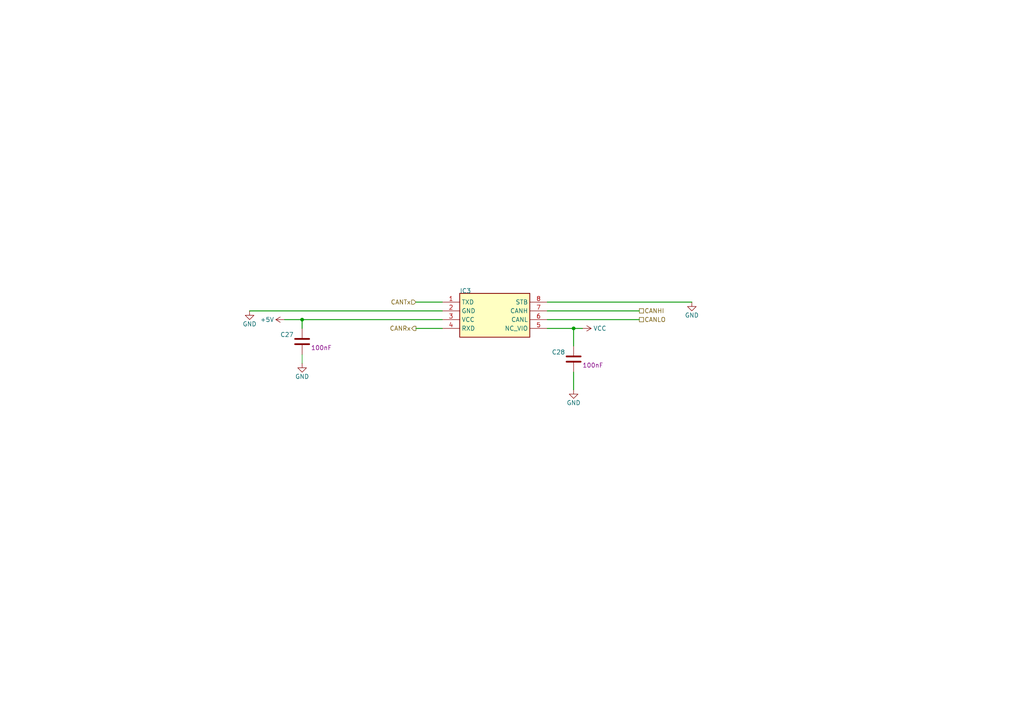
<source format=kicad_sch>
(kicad_sch
	(version 20231120)
	(generator "eeschema")
	(generator_version "8.0")
	(uuid "063976d0-9e4d-4805-9dc9-a21c168aa775")
	(paper "A4")
	(title_block
		(title "CAN for Power Node")
		(rev "1")
	)
	(lib_symbols
		(symbol "Device:C"
			(pin_numbers hide)
			(pin_names
				(offset 0.254)
			)
			(exclude_from_sim no)
			(in_bom yes)
			(on_board yes)
			(property "Reference" "C"
				(at 0.635 2.54 0)
				(effects
					(font
						(size 1.27 1.27)
					)
					(justify left)
				)
			)
			(property "Value" "C"
				(at 0.635 -2.54 0)
				(effects
					(font
						(size 1.27 1.27)
					)
					(justify left)
				)
			)
			(property "Footprint" ""
				(at 0.9652 -3.81 0)
				(effects
					(font
						(size 1.27 1.27)
					)
					(hide yes)
				)
			)
			(property "Datasheet" "~"
				(at 0 0 0)
				(effects
					(font
						(size 1.27 1.27)
					)
					(hide yes)
				)
			)
			(property "Description" "Unpolarized capacitor"
				(at 0 0 0)
				(effects
					(font
						(size 1.27 1.27)
					)
					(hide yes)
				)
			)
			(property "ki_keywords" "cap capacitor"
				(at 0 0 0)
				(effects
					(font
						(size 1.27 1.27)
					)
					(hide yes)
				)
			)
			(property "ki_fp_filters" "C_*"
				(at 0 0 0)
				(effects
					(font
						(size 1.27 1.27)
					)
					(hide yes)
				)
			)
			(symbol "C_0_1"
				(polyline
					(pts
						(xy -2.032 -0.762) (xy 2.032 -0.762)
					)
					(stroke
						(width 0.508)
						(type default)
					)
					(fill
						(type none)
					)
				)
				(polyline
					(pts
						(xy -2.032 0.762) (xy 2.032 0.762)
					)
					(stroke
						(width 0.508)
						(type default)
					)
					(fill
						(type none)
					)
				)
			)
			(symbol "C_1_1"
				(pin passive line
					(at 0 3.81 270)
					(length 2.794)
					(name "~"
						(effects
							(font
								(size 1.27 1.27)
							)
						)
					)
					(number "1"
						(effects
							(font
								(size 1.27 1.27)
							)
						)
					)
				)
				(pin passive line
					(at 0 -3.81 90)
					(length 2.794)
					(name "~"
						(effects
							(font
								(size 1.27 1.27)
							)
						)
					)
					(number "2"
						(effects
							(font
								(size 1.27 1.27)
							)
						)
					)
				)
			)
		)
		(symbol "Untitled-altium-import:root_0_TCAN1462VDRQ1"
			(exclude_from_sim no)
			(in_bom yes)
			(on_board yes)
			(property "Reference" ""
				(at 0 0 0)
				(effects
					(font
						(size 1.27 1.27)
					)
				)
			)
			(property "Value" ""
				(at 0 0 0)
				(effects
					(font
						(size 1.27 1.27)
					)
				)
			)
			(property "Footprint" ""
				(at 0 0 0)
				(effects
					(font
						(size 1.27 1.27)
					)
					(hide yes)
				)
			)
			(property "Datasheet" ""
				(at 0 0 0)
				(effects
					(font
						(size 1.27 1.27)
					)
					(hide yes)
				)
			)
			(property "Description" "Integrated Circuit"
				(at 0 0 0)
				(effects
					(font
						(size 1.27 1.27)
					)
					(hide yes)
				)
			)
			(property "ki_fp_filters" "C:_Users_Public_Documents_Altium_PCB_Project_SamacSys.PcbLib_SOIC127P600X175-8N"
				(at 0 0 0)
				(effects
					(font
						(size 1.27 1.27)
					)
					(hide yes)
				)
			)
			(symbol "root_0_TCAN1462VDRQ1_1_0"
				(rectangle
					(start 25.4 2.54)
					(end 5.08 -10.16)
					(stroke
						(width 0.254)
						(type solid)
					)
					(fill
						(type background)
					)
				)
				(pin passive line
					(at 0 0 0)
					(length 5.08)
					(name "TXD"
						(effects
							(font
								(size 1.27 1.27)
							)
						)
					)
					(number "1"
						(effects
							(font
								(size 1.27 1.27)
							)
						)
					)
				)
				(pin passive line
					(at 0 -2.54 0)
					(length 5.08)
					(name "GND"
						(effects
							(font
								(size 1.27 1.27)
							)
						)
					)
					(number "2"
						(effects
							(font
								(size 1.27 1.27)
							)
						)
					)
				)
				(pin passive line
					(at 0 -5.08 0)
					(length 5.08)
					(name "VCC"
						(effects
							(font
								(size 1.27 1.27)
							)
						)
					)
					(number "3"
						(effects
							(font
								(size 1.27 1.27)
							)
						)
					)
				)
				(pin passive line
					(at 0 -7.62 0)
					(length 5.08)
					(name "RXD"
						(effects
							(font
								(size 1.27 1.27)
							)
						)
					)
					(number "4"
						(effects
							(font
								(size 1.27 1.27)
							)
						)
					)
				)
				(pin passive line
					(at 30.48 -7.62 180)
					(length 5.08)
					(name "NC_VIO"
						(effects
							(font
								(size 1.27 1.27)
							)
						)
					)
					(number "5"
						(effects
							(font
								(size 1.27 1.27)
							)
						)
					)
				)
				(pin passive line
					(at 30.48 -5.08 180)
					(length 5.08)
					(name "CANL"
						(effects
							(font
								(size 1.27 1.27)
							)
						)
					)
					(number "6"
						(effects
							(font
								(size 1.27 1.27)
							)
						)
					)
				)
				(pin passive line
					(at 30.48 -2.54 180)
					(length 5.08)
					(name "CANH"
						(effects
							(font
								(size 1.27 1.27)
							)
						)
					)
					(number "7"
						(effects
							(font
								(size 1.27 1.27)
							)
						)
					)
				)
				(pin passive line
					(at 30.48 0 180)
					(length 5.08)
					(name "STB"
						(effects
							(font
								(size 1.27 1.27)
							)
						)
					)
					(number "8"
						(effects
							(font
								(size 1.27 1.27)
							)
						)
					)
				)
			)
		)
		(symbol "power:+5V"
			(power)
			(pin_numbers hide)
			(pin_names
				(offset 0) hide)
			(exclude_from_sim no)
			(in_bom yes)
			(on_board yes)
			(property "Reference" "#PWR"
				(at 0 -3.81 0)
				(effects
					(font
						(size 1.27 1.27)
					)
					(hide yes)
				)
			)
			(property "Value" "+5V"
				(at 0 3.556 0)
				(effects
					(font
						(size 1.27 1.27)
					)
				)
			)
			(property "Footprint" ""
				(at 0 0 0)
				(effects
					(font
						(size 1.27 1.27)
					)
					(hide yes)
				)
			)
			(property "Datasheet" ""
				(at 0 0 0)
				(effects
					(font
						(size 1.27 1.27)
					)
					(hide yes)
				)
			)
			(property "Description" "Power symbol creates a global label with name \"+5V\""
				(at 0 0 0)
				(effects
					(font
						(size 1.27 1.27)
					)
					(hide yes)
				)
			)
			(property "ki_keywords" "global power"
				(at 0 0 0)
				(effects
					(font
						(size 1.27 1.27)
					)
					(hide yes)
				)
			)
			(symbol "+5V_0_1"
				(polyline
					(pts
						(xy -0.762 1.27) (xy 0 2.54)
					)
					(stroke
						(width 0)
						(type default)
					)
					(fill
						(type none)
					)
				)
				(polyline
					(pts
						(xy 0 0) (xy 0 2.54)
					)
					(stroke
						(width 0)
						(type default)
					)
					(fill
						(type none)
					)
				)
				(polyline
					(pts
						(xy 0 2.54) (xy 0.762 1.27)
					)
					(stroke
						(width 0)
						(type default)
					)
					(fill
						(type none)
					)
				)
			)
			(symbol "+5V_1_1"
				(pin power_in line
					(at 0 0 90)
					(length 0)
					(name "~"
						(effects
							(font
								(size 1.27 1.27)
							)
						)
					)
					(number "1"
						(effects
							(font
								(size 1.27 1.27)
							)
						)
					)
				)
			)
		)
		(symbol "power:GND"
			(power)
			(pin_numbers hide)
			(pin_names
				(offset 0) hide)
			(exclude_from_sim no)
			(in_bom yes)
			(on_board yes)
			(property "Reference" "#PWR"
				(at 0 -6.35 0)
				(effects
					(font
						(size 1.27 1.27)
					)
					(hide yes)
				)
			)
			(property "Value" "GND"
				(at 0 -3.81 0)
				(effects
					(font
						(size 1.27 1.27)
					)
				)
			)
			(property "Footprint" ""
				(at 0 0 0)
				(effects
					(font
						(size 1.27 1.27)
					)
					(hide yes)
				)
			)
			(property "Datasheet" ""
				(at 0 0 0)
				(effects
					(font
						(size 1.27 1.27)
					)
					(hide yes)
				)
			)
			(property "Description" "Power symbol creates a global label with name \"GND\" , ground"
				(at 0 0 0)
				(effects
					(font
						(size 1.27 1.27)
					)
					(hide yes)
				)
			)
			(property "ki_keywords" "global power"
				(at 0 0 0)
				(effects
					(font
						(size 1.27 1.27)
					)
					(hide yes)
				)
			)
			(symbol "GND_0_1"
				(polyline
					(pts
						(xy 0 0) (xy 0 -1.27) (xy 1.27 -1.27) (xy 0 -2.54) (xy -1.27 -1.27) (xy 0 -1.27)
					)
					(stroke
						(width 0)
						(type default)
					)
					(fill
						(type none)
					)
				)
			)
			(symbol "GND_1_1"
				(pin power_in line
					(at 0 0 270)
					(length 0)
					(name "~"
						(effects
							(font
								(size 1.27 1.27)
							)
						)
					)
					(number "1"
						(effects
							(font
								(size 1.27 1.27)
							)
						)
					)
				)
			)
		)
		(symbol "power:VCC"
			(power)
			(pin_numbers hide)
			(pin_names
				(offset 0) hide)
			(exclude_from_sim no)
			(in_bom yes)
			(on_board yes)
			(property "Reference" "#PWR"
				(at 0 -3.81 0)
				(effects
					(font
						(size 1.27 1.27)
					)
					(hide yes)
				)
			)
			(property "Value" "VCC"
				(at 0 3.556 0)
				(effects
					(font
						(size 1.27 1.27)
					)
				)
			)
			(property "Footprint" ""
				(at 0 0 0)
				(effects
					(font
						(size 1.27 1.27)
					)
					(hide yes)
				)
			)
			(property "Datasheet" ""
				(at 0 0 0)
				(effects
					(font
						(size 1.27 1.27)
					)
					(hide yes)
				)
			)
			(property "Description" "Power symbol creates a global label with name \"VCC\""
				(at 0 0 0)
				(effects
					(font
						(size 1.27 1.27)
					)
					(hide yes)
				)
			)
			(property "ki_keywords" "global power"
				(at 0 0 0)
				(effects
					(font
						(size 1.27 1.27)
					)
					(hide yes)
				)
			)
			(symbol "VCC_0_1"
				(polyline
					(pts
						(xy -0.762 1.27) (xy 0 2.54)
					)
					(stroke
						(width 0)
						(type default)
					)
					(fill
						(type none)
					)
				)
				(polyline
					(pts
						(xy 0 0) (xy 0 2.54)
					)
					(stroke
						(width 0)
						(type default)
					)
					(fill
						(type none)
					)
				)
				(polyline
					(pts
						(xy 0 2.54) (xy 0.762 1.27)
					)
					(stroke
						(width 0)
						(type default)
					)
					(fill
						(type none)
					)
				)
			)
			(symbol "VCC_1_1"
				(pin power_in line
					(at 0 0 90)
					(length 0)
					(name "~"
						(effects
							(font
								(size 1.27 1.27)
							)
						)
					)
					(number "1"
						(effects
							(font
								(size 1.27 1.27)
							)
						)
					)
				)
			)
		)
	)
	(junction
		(at 87.63 92.71)
		(diameter 0)
		(color 0 0 0 0)
		(uuid "01cbcb3e-5e64-4d40-b5fb-7ba9235a2514")
	)
	(junction
		(at 166.37 95.25)
		(diameter 0)
		(color 0 0 0 0)
		(uuid "b1009a22-db04-41a0-9b4d-2d654848b3a8")
	)
	(wire
		(pts
			(xy 158.75 87.63) (xy 200.66 87.63)
		)
		(stroke
			(width 0.254)
			(type default)
		)
		(uuid "15eff223-f284-4a73-8fa0-2b38ea63aad8")
	)
	(wire
		(pts
			(xy 128.27 90.17) (xy 72.39 90.17)
		)
		(stroke
			(width 0.254)
			(type default)
		)
		(uuid "1bc24430-6e89-4243-83b0-6e63cf046ed6")
	)
	(wire
		(pts
			(xy 87.63 95.25) (xy 87.63 92.71)
		)
		(stroke
			(width 0.254)
			(type default)
		)
		(uuid "1c17dcd3-c51a-4449-9ab1-65267fb10b4c")
	)
	(wire
		(pts
			(xy 168.91 95.25) (xy 166.37 95.25)
		)
		(stroke
			(width 0.254)
			(type default)
		)
		(uuid "31228f15-c54c-4677-ac5c-9abc2be0ae50")
	)
	(wire
		(pts
			(xy 128.27 95.25) (xy 120.65 95.25)
		)
		(stroke
			(width 0.254)
			(type default)
		)
		(uuid "38858256-2e26-45ff-b55b-ce492066cfde")
	)
	(wire
		(pts
			(xy 87.63 92.71) (xy 82.55 92.71)
		)
		(stroke
			(width 0.254)
			(type default)
		)
		(uuid "70d374f3-72b1-4390-a8d5-1ad7b0b3bf1a")
	)
	(wire
		(pts
			(xy 158.75 90.17) (xy 185.42 90.17)
		)
		(stroke
			(width 0.254)
			(type default)
		)
		(uuid "7677a653-98b9-4e5a-9317-e1e887b59705")
	)
	(wire
		(pts
			(xy 166.37 100.33) (xy 166.37 95.25)
		)
		(stroke
			(width 0.254)
			(type default)
		)
		(uuid "7acc168f-0b96-48bf-9ca7-2a51b6bf3260")
	)
	(wire
		(pts
			(xy 158.75 92.71) (xy 185.42 92.71)
		)
		(stroke
			(width 0.254)
			(type default)
		)
		(uuid "7b8cfdd0-f25e-433d-9e8d-d544eb8d7dfd")
	)
	(wire
		(pts
			(xy 128.27 87.63) (xy 120.65 87.63)
		)
		(stroke
			(width 0.254)
			(type default)
		)
		(uuid "7c0062d5-5c34-4da1-aaf1-76b10352c3b3")
	)
	(wire
		(pts
			(xy 166.37 113.03) (xy 166.37 107.95)
		)
		(stroke
			(width 0.254)
			(type default)
		)
		(uuid "a2cafc92-8438-4655-806e-c9bddd77882a")
	)
	(wire
		(pts
			(xy 87.63 92.71) (xy 128.27 92.71)
		)
		(stroke
			(width 0.254)
			(type default)
		)
		(uuid "c0d5ba91-a30d-4da5-ba5a-24956a9771dd")
	)
	(wire
		(pts
			(xy 87.63 102.87) (xy 87.63 105.41)
		)
		(stroke
			(width 0)
			(type default)
		)
		(uuid "f55cbc9b-c077-4ca6-880f-01bfb3a56f27")
	)
	(wire
		(pts
			(xy 166.37 95.25) (xy 158.75 95.25)
		)
		(stroke
			(width 0.254)
			(type default)
		)
		(uuid "fe85470f-c196-4ec5-b9fe-23f379c47e42")
	)
	(hierarchical_label "CANLO"
		(shape passive)
		(at 185.42 92.71 0)
		(fields_autoplaced yes)
		(effects
			(font
				(size 1.27 1.27)
			)
			(justify left)
		)
		(uuid "0eb5b11a-9398-44c2-a335-a399b5a4c693")
	)
	(hierarchical_label "CANTx"
		(shape input)
		(at 120.65 87.63 180)
		(fields_autoplaced yes)
		(effects
			(font
				(size 1.27 1.27)
			)
			(justify right)
		)
		(uuid "9715e05b-97db-4da6-a67d-b493692f52a1")
	)
	(hierarchical_label "CANHI"
		(shape passive)
		(at 185.42 90.17 0)
		(fields_autoplaced yes)
		(effects
			(font
				(size 1.27 1.27)
			)
			(justify left)
		)
		(uuid "c6c42da5-f10b-4a87-9c4a-2dbf6dd51052")
	)
	(hierarchical_label "CANRx"
		(shape output)
		(at 120.65 95.25 180)
		(fields_autoplaced yes)
		(effects
			(font
				(size 1.27 1.27)
			)
			(justify right)
		)
		(uuid "cf036e0b-6512-49f9-930a-329d95fd02c2")
	)
	(symbol
		(lib_id "Device:C")
		(at 166.37 104.14 0)
		(unit 1)
		(exclude_from_sim no)
		(in_bom yes)
		(on_board yes)
		(dnp no)
		(uuid "011044bd-31f7-4697-acb8-ccd46c474a2d")
		(property "Reference" "C28"
			(at 160.02 102.87 0)
			(effects
				(font
					(size 1.27 1.27)
				)
				(justify left bottom)
			)
		)
		(property "Value" "08055C104KAT4A"
			(at 163.576 103.632 0)
			(effects
				(font
					(size 1.27 1.27)
				)
				(justify left bottom)
				(hide yes)
			)
		)
		(property "Footprint" "Capacitor_SMD:C_0805_2012Metric_Pad1.18x1.45mm_HandSolder"
			(at 166.37 104.14 0)
			(effects
				(font
					(size 1.27 1.27)
				)
				(hide yes)
			)
		)
		(property "Datasheet" ""
			(at 166.37 104.14 0)
			(effects
				(font
					(size 1.27 1.27)
				)
				(hide yes)
			)
		)
		(property "Description" ""
			(at 166.37 104.14 0)
			(effects
				(font
					(size 1.27 1.27)
				)
				(hide yes)
			)
		)
		(property "VOLTAGE RATING" ""
			(at 163.576 103.632 0)
			(effects
				(font
					(size 1.27 1.27)
				)
				(justify left bottom)
				(hide yes)
			)
		)
		(property "HEIGHT" "0.94mm"
			(at 163.576 103.632 0)
			(effects
				(font
					(size 1.27 1.27)
				)
				(justify left bottom)
				(hide yes)
			)
		)
		(property "ALTIUM_VALUE" "100nF"
			(at 168.91 106.68 0)
			(effects
				(font
					(size 1.27 1.27)
				)
				(justify left bottom)
			)
		)
		(property "TOLERANCE" ""
			(at 163.576 103.632 0)
			(effects
				(font
					(size 1.27 1.27)
				)
				(justify left bottom)
				(hide yes)
			)
		)
		(property "CAPACITOR TYPE" "Ceramic"
			(at 161.29 103.632 0)
			(effects
				(font
					(size 1.27 1.27)
				)
				(justify left bottom)
				(hide yes)
			)
		)
		(property "CASE/PACKAGE" "0805"
			(at 161.29 103.632 0)
			(effects
				(font
					(size 1.27 1.27)
				)
				(justify left bottom)
				(hide yes)
			)
		)
		(property "DIELECTRIC MATERIAL" "Ceramic"
			(at 161.29 103.632 0)
			(effects
				(font
					(size 1.27 1.27)
				)
				(justify left bottom)
				(hide yes)
			)
		)
		(property "JESD-609 CODE" "e3"
			(at 161.29 103.632 0)
			(effects
				(font
					(size 1.27 1.27)
				)
				(justify left bottom)
				(hide yes)
			)
		)
		(property "LENGTH" "2.01mm"
			(at 161.29 103.632 0)
			(effects
				(font
					(size 1.27 1.27)
				)
				(justify left bottom)
				(hide yes)
			)
		)
		(property "MAX OPERATING TEMPERATURE" "125°C"
			(at 161.29 103.632 0)
			(effects
				(font
					(size 1.27 1.27)
				)
				(justify left bottom)
				(hide yes)
			)
		)
		(property "MIN OPERATING TEMPERATURE" "-55°C"
			(at 161.29 103.632 0)
			(effects
				(font
					(size 1.27 1.27)
				)
				(justify left bottom)
				(hide yes)
			)
		)
		(property "MOUNTING TECHNOLOGY" "Surface Mount"
			(at 161.29 103.632 0)
			(effects
				(font
					(size 1.27 1.27)
				)
				(justify left bottom)
				(hide yes)
			)
		)
		(property "MULTILAYER" "Yes"
			(at 161.29 103.632 0)
			(effects
				(font
					(size 1.27 1.27)
				)
				(justify left bottom)
				(hide yes)
			)
		)
		(property "PACKAGE SHAPE" "Rectangular"
			(at 161.29 103.632 0)
			(effects
				(font
					(size 1.27 1.27)
				)
				(justify left bottom)
				(hide yes)
			)
		)
		(property "PACKAGE STYLE" "SMTMeter"
			(at 161.29 103.632 0)
			(effects
				(font
					(size 1.27 1.27)
				)
				(justify left bottom)
				(hide yes)
			)
		)
		(property "PACKAGING" "Tape and Reel"
			(at 161.29 103.632 0)
			(effects
				(font
					(size 1.27 1.27)
				)
				(justify left bottom)
				(hide yes)
			)
		)
		(property "PINS" "2"
			(at 161.29 103.632 0)
			(effects
				(font
					(size 1.27 1.27)
				)
				(justify left bottom)
				(hide yes)
			)
		)
		(property "RATED DC VOLTAGE (URDC)" "50V"
			(at 161.29 103.632 0)
			(effects
				(font
					(size 1.27 1.27)
				)
				(justify left bottom)
				(hide yes)
			)
		)
		(property "REACH SVHC COMPLIANT" "Yes"
			(at 161.29 103.632 0)
			(effects
				(font
					(size 1.27 1.27)
				)
				(justify left bottom)
				(hide yes)
			)
		)
		(property "RIPPLE CURRENT (AC)" ""
			(at 161.29 103.632 0)
			(effects
				(font
					(size 1.27 1.27)
				)
				(justify left bottom)
				(hide yes)
			)
		)
		(property "RIPPLE CURRENT" ""
			(at 161.29 103.632 0)
			(effects
				(font
					(size 1.27 1.27)
				)
				(justify left bottom)
				(hide yes)
			)
		)
		(property "ROHS COMPLIANT" "Yes"
			(at 161.29 103.632 0)
			(effects
				(font
					(size 1.27 1.27)
				)
				(justify left bottom)
				(hide yes)
			)
		)
		(property "TEMPERATURE CHARACTERISTICS CODE" "X7R"
			(at 161.29 103.632 0)
			(effects
				(font
					(size 1.27 1.27)
				)
				(justify left bottom)
				(hide yes)
			)
		)
		(property "TERMINAL FINISH" "Nickel"
			(at 161.29 103.632 0)
			(effects
				(font
					(size 1.27 1.27)
				)
				(justify left bottom)
				(hide yes)
			)
		)
		(property "TERMINATION" "Wraparound"
			(at 161.29 103.632 0)
			(effects
				(font
					(size 1.27 1.27)
				)
				(justify left bottom)
				(hide yes)
			)
		)
		(property "TOLERANCE  (FILL IN AS +-)" "10%"
			(at 161.29 103.632 0)
			(effects
				(font
					(size 1.27 1.27)
				)
				(justify left bottom)
				(hide yes)
			)
		)
		(property "TOLERANCE (FILL IN AS +-)" "10%"
			(at 161.29 103.632 0)
			(effects
				(font
					(size 1.27 1.27)
				)
				(justify left bottom)
				(hide yes)
			)
		)
		(property "WIDTH" "1.25mm"
			(at 161.29 103.632 0)
			(effects
				(font
					(size 1.27 1.27)
				)
				(justify left bottom)
				(hide yes)
			)
		)
		(pin "1"
			(uuid "4ff02993-61c3-4ef4-800e-c3321a2ee509")
		)
		(pin "2"
			(uuid "9184672a-1ab9-49a6-b2fc-91ddc5bc4c74")
		)
		(instances
			(project "Untitled"
				(path "/063976d0-9e4d-4805-9dc9-a21c168aa775"
					(reference "C28")
					(unit 1)
				)
			)
			(project "Nodes"
				(path "/7f1aa41b-970a-42cc-8701-1d90e3bd89a6/0c7bf7f0-7f1e-40ac-a6a8-46292d6f8ac7/5618d004-5661-42f5-93eb-55b7b00ca2a8"
					(reference "C28")
					(unit 1)
				)
			)
		)
	)
	(symbol
		(lib_id "Device:C")
		(at 87.63 99.06 0)
		(unit 1)
		(exclude_from_sim no)
		(in_bom yes)
		(on_board yes)
		(dnp no)
		(uuid "25e5a481-85f1-492b-9229-bb153dea1a25")
		(property "Reference" "C27"
			(at 81.28 97.79 0)
			(effects
				(font
					(size 1.27 1.27)
				)
				(justify left bottom)
			)
		)
		(property "Value" "08055C104KAT4A"
			(at 84.836 98.552 0)
			(effects
				(font
					(size 1.27 1.27)
				)
				(justify left bottom)
				(hide yes)
			)
		)
		(property "Footprint" "Capacitor_SMD:C_0805_2012Metric_Pad1.18x1.45mm_HandSolder"
			(at 87.63 99.06 0)
			(effects
				(font
					(size 1.27 1.27)
				)
				(hide yes)
			)
		)
		(property "Datasheet" ""
			(at 87.63 99.06 0)
			(effects
				(font
					(size 1.27 1.27)
				)
				(hide yes)
			)
		)
		(property "Description" ""
			(at 87.63 99.06 0)
			(effects
				(font
					(size 1.27 1.27)
				)
				(hide yes)
			)
		)
		(property "VOLTAGE RATING" ""
			(at 84.836 98.552 0)
			(effects
				(font
					(size 1.27 1.27)
				)
				(justify left bottom)
				(hide yes)
			)
		)
		(property "HEIGHT" "0.94mm"
			(at 84.836 98.552 0)
			(effects
				(font
					(size 1.27 1.27)
				)
				(justify left bottom)
				(hide yes)
			)
		)
		(property "ALTIUM_VALUE" "100nF"
			(at 90.17 101.6 0)
			(effects
				(font
					(size 1.27 1.27)
				)
				(justify left bottom)
			)
		)
		(property "TOLERANCE" ""
			(at 84.836 98.552 0)
			(effects
				(font
					(size 1.27 1.27)
				)
				(justify left bottom)
				(hide yes)
			)
		)
		(property "CAPACITOR TYPE" "Ceramic"
			(at 82.55 98.552 0)
			(effects
				(font
					(size 1.27 1.27)
				)
				(justify left bottom)
				(hide yes)
			)
		)
		(property "CASE/PACKAGE" "0805"
			(at 82.55 98.552 0)
			(effects
				(font
					(size 1.27 1.27)
				)
				(justify left bottom)
				(hide yes)
			)
		)
		(property "DIELECTRIC MATERIAL" "Ceramic"
			(at 82.55 98.552 0)
			(effects
				(font
					(size 1.27 1.27)
				)
				(justify left bottom)
				(hide yes)
			)
		)
		(property "JESD-609 CODE" "e3"
			(at 82.55 98.552 0)
			(effects
				(font
					(size 1.27 1.27)
				)
				(justify left bottom)
				(hide yes)
			)
		)
		(property "LENGTH" "2.01mm"
			(at 82.55 98.552 0)
			(effects
				(font
					(size 1.27 1.27)
				)
				(justify left bottom)
				(hide yes)
			)
		)
		(property "MAX OPERATING TEMPERATURE" "125°C"
			(at 82.55 98.552 0)
			(effects
				(font
					(size 1.27 1.27)
				)
				(justify left bottom)
				(hide yes)
			)
		)
		(property "MIN OPERATING TEMPERATURE" "-55°C"
			(at 82.55 98.552 0)
			(effects
				(font
					(size 1.27 1.27)
				)
				(justify left bottom)
				(hide yes)
			)
		)
		(property "MOUNTING TECHNOLOGY" "Surface Mount"
			(at 82.55 98.552 0)
			(effects
				(font
					(size 1.27 1.27)
				)
				(justify left bottom)
				(hide yes)
			)
		)
		(property "MULTILAYER" "Yes"
			(at 82.55 98.552 0)
			(effects
				(font
					(size 1.27 1.27)
				)
				(justify left bottom)
				(hide yes)
			)
		)
		(property "PACKAGE SHAPE" "Rectangular"
			(at 82.55 98.552 0)
			(effects
				(font
					(size 1.27 1.27)
				)
				(justify left bottom)
				(hide yes)
			)
		)
		(property "PACKAGE STYLE" "SMTMeter"
			(at 82.55 98.552 0)
			(effects
				(font
					(size 1.27 1.27)
				)
				(justify left bottom)
				(hide yes)
			)
		)
		(property "PACKAGING" "Tape and Reel"
			(at 82.55 98.552 0)
			(effects
				(font
					(size 1.27 1.27)
				)
				(justify left bottom)
				(hide yes)
			)
		)
		(property "PINS" "2"
			(at 82.55 98.552 0)
			(effects
				(font
					(size 1.27 1.27)
				)
				(justify left bottom)
				(hide yes)
			)
		)
		(property "RATED DC VOLTAGE (URDC)" "50V"
			(at 82.55 98.552 0)
			(effects
				(font
					(size 1.27 1.27)
				)
				(justify left bottom)
				(hide yes)
			)
		)
		(property "REACH SVHC COMPLIANT" "Yes"
			(at 82.55 98.552 0)
			(effects
				(font
					(size 1.27 1.27)
				)
				(justify left bottom)
				(hide yes)
			)
		)
		(property "RIPPLE CURRENT (AC)" ""
			(at 82.55 98.552 0)
			(effects
				(font
					(size 1.27 1.27)
				)
				(justify left bottom)
				(hide yes)
			)
		)
		(property "RIPPLE CURRENT" ""
			(at 82.55 98.552 0)
			(effects
				(font
					(size 1.27 1.27)
				)
				(justify left bottom)
				(hide yes)
			)
		)
		(property "ROHS COMPLIANT" "Yes"
			(at 82.55 98.552 0)
			(effects
				(font
					(size 1.27 1.27)
				)
				(justify left bottom)
				(hide yes)
			)
		)
		(property "TEMPERATURE CHARACTERISTICS CODE" "X7R"
			(at 82.55 98.552 0)
			(effects
				(font
					(size 1.27 1.27)
				)
				(justify left bottom)
				(hide yes)
			)
		)
		(property "TERMINAL FINISH" "Nickel"
			(at 82.55 98.552 0)
			(effects
				(font
					(size 1.27 1.27)
				)
				(justify left bottom)
				(hide yes)
			)
		)
		(property "TERMINATION" "Wraparound"
			(at 82.55 98.552 0)
			(effects
				(font
					(size 1.27 1.27)
				)
				(justify left bottom)
				(hide yes)
			)
		)
		(property "TOLERANCE  (FILL IN AS +-)" "10%"
			(at 82.55 98.552 0)
			(effects
				(font
					(size 1.27 1.27)
				)
				(justify left bottom)
				(hide yes)
			)
		)
		(property "TOLERANCE (FILL IN AS +-)" "10%"
			(at 82.55 98.552 0)
			(effects
				(font
					(size 1.27 1.27)
				)
				(justify left bottom)
				(hide yes)
			)
		)
		(property "WIDTH" "1.25mm"
			(at 82.55 98.552 0)
			(effects
				(font
					(size 1.27 1.27)
				)
				(justify left bottom)
				(hide yes)
			)
		)
		(pin "1"
			(uuid "921e4038-398f-41b1-b072-01d55cc44156")
		)
		(pin "2"
			(uuid "9517911b-a1cb-4222-bbbc-df3d44cebd68")
		)
		(instances
			(project "Untitled"
				(path "/063976d0-9e4d-4805-9dc9-a21c168aa775"
					(reference "C27")
					(unit 1)
				)
			)
			(project "Nodes"
				(path "/7f1aa41b-970a-42cc-8701-1d90e3bd89a6/0c7bf7f0-7f1e-40ac-a6a8-46292d6f8ac7/5618d004-5661-42f5-93eb-55b7b00ca2a8"
					(reference "C27")
					(unit 1)
				)
			)
		)
	)
	(symbol
		(lib_id "power:GND")
		(at 200.66 87.63 0)
		(unit 1)
		(exclude_from_sim no)
		(in_bom yes)
		(on_board yes)
		(dnp no)
		(uuid "30900d0c-901a-4cf4-baab-e06e5bee571b")
		(property "Reference" "#PWR?"
			(at 200.66 93.98 0)
			(effects
				(font
					(size 1.27 1.27)
				)
				(hide yes)
			)
		)
		(property "Value" "GND"
			(at 200.66 91.44 0)
			(effects
				(font
					(size 1.27 1.27)
				)
			)
		)
		(property "Footprint" ""
			(at 200.66 87.63 0)
			(effects
				(font
					(size 1.27 1.27)
				)
				(hide yes)
			)
		)
		(property "Datasheet" ""
			(at 200.66 87.63 0)
			(effects
				(font
					(size 1.27 1.27)
				)
				(hide yes)
			)
		)
		(property "Description" "Power symbol creates a global label with name \"GND\" , ground"
			(at 200.66 87.63 0)
			(effects
				(font
					(size 1.27 1.27)
				)
				(hide yes)
			)
		)
		(pin "1"
			(uuid "2e7429ec-b703-4a3b-b26b-94a976a8c719")
		)
		(instances
			(project "Untitled"
				(path "/063976d0-9e4d-4805-9dc9-a21c168aa775"
					(reference "#PWR?")
					(unit 1)
				)
			)
			(project "Nodes"
				(path "/7f1aa41b-970a-42cc-8701-1d90e3bd89a6/0c7bf7f0-7f1e-40ac-a6a8-46292d6f8ac7/5618d004-5661-42f5-93eb-55b7b00ca2a8"
					(reference "#PWR0151")
					(unit 1)
				)
			)
		)
	)
	(symbol
		(lib_id "power:GND")
		(at 87.63 105.41 0)
		(unit 1)
		(exclude_from_sim no)
		(in_bom yes)
		(on_board yes)
		(dnp no)
		(uuid "3441e3dc-255a-44d2-ae40-814b1c1339bb")
		(property "Reference" "#PWR?"
			(at 87.63 111.76 0)
			(effects
				(font
					(size 1.27 1.27)
				)
				(hide yes)
			)
		)
		(property "Value" "GND"
			(at 87.63 109.22 0)
			(effects
				(font
					(size 1.27 1.27)
				)
			)
		)
		(property "Footprint" ""
			(at 87.63 105.41 0)
			(effects
				(font
					(size 1.27 1.27)
				)
				(hide yes)
			)
		)
		(property "Datasheet" ""
			(at 87.63 105.41 0)
			(effects
				(font
					(size 1.27 1.27)
				)
				(hide yes)
			)
		)
		(property "Description" "Power symbol creates a global label with name \"GND\" , ground"
			(at 87.63 105.41 0)
			(effects
				(font
					(size 1.27 1.27)
				)
				(hide yes)
			)
		)
		(pin "1"
			(uuid "87fd034c-edc8-4f6f-8e43-1e7cb508a8bd")
		)
		(instances
			(project "Untitled"
				(path "/063976d0-9e4d-4805-9dc9-a21c168aa775"
					(reference "#PWR?")
					(unit 1)
				)
			)
			(project "Nodes"
				(path "/7f1aa41b-970a-42cc-8701-1d90e3bd89a6/0c7bf7f0-7f1e-40ac-a6a8-46292d6f8ac7/5618d004-5661-42f5-93eb-55b7b00ca2a8"
					(reference "#PWR0154")
					(unit 1)
				)
			)
		)
	)
	(symbol
		(lib_id "power:GND")
		(at 72.39 90.17 0)
		(unit 1)
		(exclude_from_sim no)
		(in_bom yes)
		(on_board yes)
		(dnp no)
		(uuid "77b380a3-a44e-41d4-a3f9-baf889ade4a1")
		(property "Reference" "#PWR?"
			(at 72.39 96.52 0)
			(effects
				(font
					(size 1.27 1.27)
				)
				(hide yes)
			)
		)
		(property "Value" "GND"
			(at 72.39 93.98 0)
			(effects
				(font
					(size 1.27 1.27)
				)
			)
		)
		(property "Footprint" ""
			(at 72.39 90.17 0)
			(effects
				(font
					(size 1.27 1.27)
				)
				(hide yes)
			)
		)
		(property "Datasheet" ""
			(at 72.39 90.17 0)
			(effects
				(font
					(size 1.27 1.27)
				)
				(hide yes)
			)
		)
		(property "Description" "Power symbol creates a global label with name \"GND\" , ground"
			(at 72.39 90.17 0)
			(effects
				(font
					(size 1.27 1.27)
				)
				(hide yes)
			)
		)
		(pin "1"
			(uuid "13469b5a-4c4a-43f0-8e9b-cd77018b7af4")
		)
		(instances
			(project "Untitled"
				(path "/063976d0-9e4d-4805-9dc9-a21c168aa775"
					(reference "#PWR?")
					(unit 1)
				)
			)
			(project "Nodes"
				(path "/7f1aa41b-970a-42cc-8701-1d90e3bd89a6/0c7bf7f0-7f1e-40ac-a6a8-46292d6f8ac7/5618d004-5661-42f5-93eb-55b7b00ca2a8"
					(reference "#PWR0152")
					(unit 1)
				)
			)
		)
	)
	(symbol
		(lib_id "power:GND")
		(at 166.37 113.03 0)
		(unit 1)
		(exclude_from_sim no)
		(in_bom yes)
		(on_board yes)
		(dnp no)
		(uuid "b2ed98f7-4341-48f4-b943-6d069d6345b1")
		(property "Reference" "#PWR?"
			(at 166.37 119.38 0)
			(effects
				(font
					(size 1.27 1.27)
				)
				(hide yes)
			)
		)
		(property "Value" "GND"
			(at 166.37 116.84 0)
			(effects
				(font
					(size 1.27 1.27)
				)
			)
		)
		(property "Footprint" ""
			(at 166.37 113.03 0)
			(effects
				(font
					(size 1.27 1.27)
				)
				(hide yes)
			)
		)
		(property "Datasheet" ""
			(at 166.37 113.03 0)
			(effects
				(font
					(size 1.27 1.27)
				)
				(hide yes)
			)
		)
		(property "Description" "Power symbol creates a global label with name \"GND\" , ground"
			(at 166.37 113.03 0)
			(effects
				(font
					(size 1.27 1.27)
				)
				(hide yes)
			)
		)
		(pin "1"
			(uuid "b8a3c384-120d-40ea-89c0-95dfcfa118e6")
		)
		(instances
			(project "Untitled"
				(path "/063976d0-9e4d-4805-9dc9-a21c168aa775"
					(reference "#PWR?")
					(unit 1)
				)
			)
			(project "Nodes"
				(path "/7f1aa41b-970a-42cc-8701-1d90e3bd89a6/0c7bf7f0-7f1e-40ac-a6a8-46292d6f8ac7/5618d004-5661-42f5-93eb-55b7b00ca2a8"
					(reference "#PWR0153")
					(unit 1)
				)
			)
		)
	)
	(symbol
		(lib_id "Untitled-altium-import:root_0_TCAN1462VDRQ1")
		(at 128.27 87.63 0)
		(unit 1)
		(exclude_from_sim no)
		(in_bom yes)
		(on_board yes)
		(dnp no)
		(uuid "dc303d75-0bba-4d9e-bbd3-f078c5855750")
		(property "Reference" "IC3"
			(at 133.35 85.09 0)
			(effects
				(font
					(size 1.27 1.27)
				)
				(justify left bottom)
			)
		)
		(property "Value" "TCAN1462VDRQ1"
			(at 133.35 100.33 0)
			(effects
				(font
					(size 1.27 1.27)
				)
				(justify left bottom)
				(hide yes)
			)
		)
		(property "Footprint" "SamacSys.PcbLib:SOIC127P600X175-8N"
			(at 128.27 87.63 0)
			(effects
				(font
					(size 1.27 1.27)
				)
				(hide yes)
			)
		)
		(property "Datasheet" ""
			(at 128.27 87.63 0)
			(effects
				(font
					(size 1.27 1.27)
				)
				(hide yes)
			)
		)
		(property "Description" ""
			(at 128.27 87.63 0)
			(effects
				(font
					(size 1.27 1.27)
				)
				(hide yes)
			)
		)
		(property "DATASHEET LINK" "https://www.ti.com/general/docs/suppproductinfo.tsp?distId=26&gotoUrl=https://www.ti.com/lit/gpn/tcan1462-q1"
			(at 127.762 85.09 0)
			(effects
				(font
					(size 1.27 1.27)
				)
				(justify left bottom)
				(hide yes)
			)
		)
		(property "HEIGHT" "1.75mm"
			(at 127.762 85.09 0)
			(effects
				(font
					(size 1.27 1.27)
				)
				(justify left bottom)
				(hide yes)
			)
		)
		(property "MANUFACTURER_NAME" "Texas Instruments"
			(at 127.762 85.09 0)
			(effects
				(font
					(size 1.27 1.27)
				)
				(justify left bottom)
				(hide yes)
			)
		)
		(property "MANUFACTURER_PART_NUMBER" "TCAN1462VDRQ1"
			(at 127.762 85.09 0)
			(effects
				(font
					(size 1.27 1.27)
				)
				(justify left bottom)
				(hide yes)
			)
		)
		(property "MOUSER PART NUMBER" "595-TCAN1462VDRQ1"
			(at 127.762 85.09 0)
			(effects
				(font
					(size 1.27 1.27)
				)
				(justify left bottom)
				(hide yes)
			)
		)
		(property "MOUSER PRICE/STOCK" "https://www.mouser.co.uk/ProductDetail/Texas-Instruments/TCAN1462VDRQ1?qs=rQFj71Wb1eU28cwJFt9kYg%3D%3D"
			(at 127.762 85.09 0)
			(effects
				(font
					(size 1.27 1.27)
				)
				(justify left bottom)
				(hide yes)
			)
		)
		(property "ARROW PART NUMBER" ""
			(at 127.762 85.09 0)
			(effects
				(font
					(size 1.27 1.27)
				)
				(justify left bottom)
				(hide yes)
			)
		)
		(property "ARROW PRICE/STOCK" ""
			(at 127.762 85.09 0)
			(effects
				(font
					(size 1.27 1.27)
				)
				(justify left bottom)
				(hide yes)
			)
		)
		(pin "1"
			(uuid "46feb10d-93ce-4cec-971a-3a4b9c9232fe")
		)
		(pin "2"
			(uuid "7f36daa5-e1f3-48ce-8ab3-e2b119056bae")
		)
		(pin "3"
			(uuid "97682a01-f0d6-4d02-809b-3b9b21fc4673")
		)
		(pin "4"
			(uuid "ee3dc92e-da78-4b4a-9633-8cfe59331460")
		)
		(pin "5"
			(uuid "2c078eb7-4394-4b71-ba23-28b868c41da1")
		)
		(pin "6"
			(uuid "a6f07451-847d-452a-939e-fdc9ffc9fcc8")
		)
		(pin "7"
			(uuid "1f0b1570-cd60-4bd7-875b-2d45b466f11b")
		)
		(pin "8"
			(uuid "a2c2a088-2d76-4279-82b3-dc1f416c66a3")
		)
		(instances
			(project "Untitled"
				(path "/063976d0-9e4d-4805-9dc9-a21c168aa775"
					(reference "IC3")
					(unit 1)
				)
			)
			(project "Nodes"
				(path "/7f1aa41b-970a-42cc-8701-1d90e3bd89a6/0c7bf7f0-7f1e-40ac-a6a8-46292d6f8ac7/5618d004-5661-42f5-93eb-55b7b00ca2a8"
					(reference "IC3")
					(unit 1)
				)
			)
		)
	)
	(symbol
		(lib_id "power:VCC")
		(at 168.91 95.25 270)
		(unit 1)
		(exclude_from_sim no)
		(in_bom yes)
		(on_board yes)
		(dnp no)
		(uuid "decc200e-29a6-42aa-8d19-b063e270bce2")
		(property "Reference" "#PWR?"
			(at 165.1 95.25 0)
			(effects
				(font
					(size 1.27 1.27)
				)
				(hide yes)
			)
		)
		(property "Value" "VCC"
			(at 173.99 95.25 90)
			(effects
				(font
					(size 1.27 1.27)
				)
			)
		)
		(property "Footprint" ""
			(at 168.91 95.25 0)
			(effects
				(font
					(size 1.27 1.27)
				)
				(hide yes)
			)
		)
		(property "Datasheet" ""
			(at 168.91 95.25 0)
			(effects
				(font
					(size 1.27 1.27)
				)
				(hide yes)
			)
		)
		(property "Description" "Power symbol creates a global label with name \"VCC\""
			(at 168.91 95.25 0)
			(effects
				(font
					(size 1.27 1.27)
				)
				(hide yes)
			)
		)
		(pin "1"
			(uuid "413823b0-6c76-411b-b2ee-181c229d4a38")
		)
		(instances
			(project "Untitled"
				(path "/063976d0-9e4d-4805-9dc9-a21c168aa775"
					(reference "#PWR?")
					(unit 1)
				)
			)
			(project "Nodes"
				(path "/7f1aa41b-970a-42cc-8701-1d90e3bd89a6/0c7bf7f0-7f1e-40ac-a6a8-46292d6f8ac7/5618d004-5661-42f5-93eb-55b7b00ca2a8"
					(reference "#PWR0219")
					(unit 1)
				)
			)
		)
	)
	(symbol
		(lib_id "power:+5V")
		(at 82.55 92.71 90)
		(unit 1)
		(exclude_from_sim no)
		(in_bom yes)
		(on_board yes)
		(dnp no)
		(uuid "effb40a5-a292-4be0-99d3-97f5b77de579")
		(property "Reference" "#PWR?"
			(at 86.36 92.71 0)
			(effects
				(font
					(size 1.27 1.27)
				)
				(hide yes)
			)
		)
		(property "Value" "+5V"
			(at 77.47 92.71 90)
			(effects
				(font
					(size 1.27 1.27)
				)
			)
		)
		(property "Footprint" ""
			(at 82.55 92.71 0)
			(effects
				(font
					(size 1.27 1.27)
				)
				(hide yes)
			)
		)
		(property "Datasheet" ""
			(at 82.55 92.71 0)
			(effects
				(font
					(size 1.27 1.27)
				)
				(hide yes)
			)
		)
		(property "Description" "Power symbol creates a global label with name \"+5V\""
			(at 82.55 92.71 0)
			(effects
				(font
					(size 1.27 1.27)
				)
				(hide yes)
			)
		)
		(pin "1"
			(uuid "7f34f24a-98b7-460d-b919-b59b7154b60a")
		)
		(instances
			(project "Untitled"
				(path "/063976d0-9e4d-4805-9dc9-a21c168aa775"
					(reference "#PWR?")
					(unit 1)
				)
			)
			(project "Nodes"
				(path "/7f1aa41b-970a-42cc-8701-1d90e3bd89a6/0c7bf7f0-7f1e-40ac-a6a8-46292d6f8ac7/5618d004-5661-42f5-93eb-55b7b00ca2a8"
					(reference "#PWR0212")
					(unit 1)
				)
			)
		)
	)
	(sheet_instances
		(path "/"
			(page "4")
		)
	)
)

</source>
